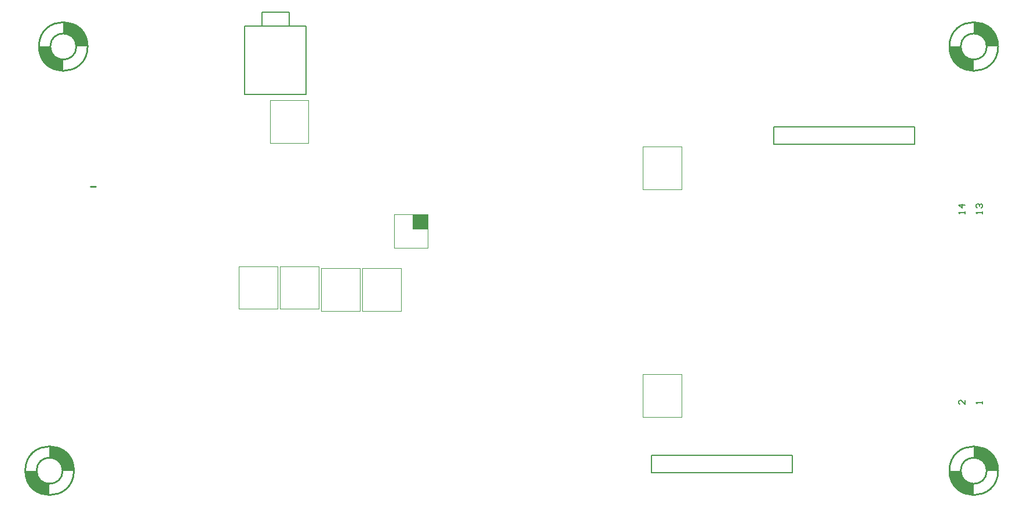
<source format=gm1>
G04 Layer_Color=16711935*
%FSLAX24Y24*%
%MOIN*%
G70*
G01*
G75*
%ADD47C,0.0100*%
%ADD118C,0.0080*%
%ADD119C,0.0010*%
%ADD120C,0.0050*%
%ADD121C,0.0040*%
G36*
X130118Y70502D02*
X130119Y70502D01*
X130303Y70487D01*
X130304Y70487D01*
X130304Y70487D01*
X130525Y70434D01*
X130525Y70434D01*
X130526D01*
X130735Y70347D01*
X130736Y70347D01*
X130736Y70346D01*
X130930Y70228D01*
X130930Y70227D01*
X130930Y70227D01*
X131103Y70080D01*
X131103Y70080D01*
X131104Y70079D01*
X131251Y69907D01*
X131251Y69906D01*
X131251Y69906D01*
X131370Y69712D01*
X131370Y69712D01*
X131370Y69712D01*
X131457Y69502D01*
Y69502D01*
X131458Y69501D01*
X131511Y69280D01*
X131511Y69280D01*
X131511Y69280D01*
X131525Y69095D01*
X131525Y69095D01*
X131525Y69095D01*
X131525Y69093D01*
X131524Y69091D01*
X131524Y69091D01*
X131524Y69091D01*
X131522Y69090D01*
X131520Y69089D01*
X131520Y69089D01*
X131520Y69089D01*
X131518Y69089D01*
X131518Y69089D01*
X131518Y69089D01*
X130870Y69089D01*
X130869Y69090D01*
X130867Y69090D01*
X130867Y69091D01*
X130867Y69091D01*
X130866Y69092D01*
X130865Y69094D01*
X130852Y69227D01*
X130808Y69371D01*
X130738Y69503D01*
X130642Y69619D01*
X130527Y69714D01*
X130394Y69785D01*
X130251Y69828D01*
X130122Y69841D01*
X130122Y69841D01*
X130122Y69841D01*
X130122Y69841D01*
X130120Y69840D01*
X130118Y69839D01*
X130118Y69839D01*
X130118Y69839D01*
X130116Y69840D01*
X130114Y69841D01*
X130114Y69841D01*
X130114Y69841D01*
X130113Y69843D01*
X130113Y69844D01*
X130113Y70496D01*
X130113Y70496D01*
X130113Y70497D01*
X130114Y70498D01*
X130114Y70500D01*
X130115Y70500D01*
X130115Y70500D01*
X130116Y70501D01*
X130118Y70502D01*
X130118Y70502D01*
D02*
G37*
G36*
X183268D02*
X183268Y70502D01*
X183453Y70487D01*
X183453Y70487D01*
X183454Y70487D01*
X183674Y70434D01*
X183675Y70434D01*
X183675D01*
X183885Y70347D01*
X183885Y70347D01*
X183886Y70346D01*
X184079Y70228D01*
X184080Y70227D01*
X184080Y70227D01*
X184253Y70080D01*
X184253Y70080D01*
X184253Y70079D01*
X184401Y69907D01*
X184401Y69906D01*
X184401Y69906D01*
X184520Y69712D01*
X184520Y69712D01*
X184520Y69712D01*
X184607Y69502D01*
Y69502D01*
X184607Y69501D01*
X184660Y69280D01*
X184660Y69280D01*
X184660Y69280D01*
X184675Y69095D01*
X184675Y69095D01*
X184675Y69095D01*
X184674Y69093D01*
X184674Y69091D01*
X184673Y69091D01*
X184673Y69091D01*
X184672Y69090D01*
X184670Y69089D01*
X184670Y69089D01*
X184670Y69089D01*
X184668Y69089D01*
X184668Y69089D01*
X184668Y69089D01*
X184020Y69089D01*
X184018Y69090D01*
X184017Y69090D01*
X184016Y69091D01*
X184016Y69091D01*
X184015Y69092D01*
X184015Y69094D01*
X184001Y69227D01*
X183958Y69371D01*
X183887Y69503D01*
X183792Y69619D01*
X183676Y69714D01*
X183544Y69785D01*
X183400Y69828D01*
X183272Y69841D01*
X183272Y69841D01*
X183271Y69841D01*
X183271Y69841D01*
X183270Y69840D01*
X183268Y69839D01*
X183268Y69839D01*
X183268Y69839D01*
X183266Y69840D01*
X183264Y69841D01*
X183264Y69841D01*
X183264Y69841D01*
X183263Y69843D01*
X183262Y69844D01*
X183262Y70496D01*
X183262Y70496D01*
X183262Y70497D01*
X183263Y70498D01*
X183264Y70500D01*
X183264Y70500D01*
X183264Y70500D01*
X183266Y70501D01*
X183268Y70502D01*
X183268Y70502D01*
D02*
G37*
G36*
X129360Y69091D02*
X129361Y69090D01*
X129363Y69090D01*
X129363Y69089D01*
X129363Y69089D01*
X129364Y69088D01*
X129365Y69086D01*
X129365Y69086D01*
X129365Y69086D01*
X129364Y69084D01*
X129364Y69082D01*
X129363Y69082D01*
X129363Y69082D01*
X129363Y69082D01*
X129376Y68953D01*
X129419Y68810D01*
X129490Y68677D01*
X129585Y68561D01*
X129701Y68466D01*
X129833Y68395D01*
X129977Y68352D01*
X130106Y68339D01*
X130106Y68339D01*
X130106Y68340D01*
X130106Y68340D01*
X130108Y68340D01*
X130110Y68341D01*
X130110Y68341D01*
X130110Y68341D01*
X130112Y68340D01*
X130113Y68339D01*
X130113Y68339D01*
X130114Y68339D01*
X130114Y68338D01*
X130115Y68336D01*
Y67703D01*
X130115Y67700D01*
X130114Y67698D01*
X130114Y67696D01*
X130114Y67696D01*
X130114Y67696D01*
X130112Y67695D01*
X130110Y67695D01*
X130094Y67693D01*
X130094Y67693D01*
X130094Y67693D01*
X129879Y67710D01*
X129879Y67710D01*
X129878Y67710D01*
X129669Y67761D01*
X129669Y67761D01*
X129668D01*
X129469Y67843D01*
X129469Y67843D01*
X129469Y67844D01*
X129285Y67956D01*
X129285Y67956D01*
X129284Y67956D01*
X129121Y68096D01*
X129121Y68097D01*
X129120Y68097D01*
X128980Y68260D01*
X128980Y68261D01*
X128980Y68261D01*
X128867Y68445D01*
X128867Y68445D01*
X128867Y68445D01*
X128785Y68644D01*
Y68645D01*
X128784Y68645D01*
X128734Y68854D01*
X128734Y68855D01*
X128734Y68855D01*
X128717Y69070D01*
X128717Y69070D01*
X128717Y69070D01*
X128718Y69086D01*
X128719Y69088D01*
X128720Y69090D01*
X128720Y69090D01*
X128720Y69090D01*
X128722Y69090D01*
X128724Y69091D01*
X129360Y69091D01*
D02*
G37*
G36*
X182509D02*
X182511Y69090D01*
X182513Y69090D01*
X182513Y69089D01*
X182513Y69089D01*
X182514Y69088D01*
X182515Y69086D01*
X182515Y69086D01*
X182515Y69086D01*
X182514Y69084D01*
X182513Y69082D01*
X182513Y69082D01*
X182513Y69082D01*
X182513Y69082D01*
X182525Y68953D01*
X182569Y68810D01*
X182640Y68677D01*
X182735Y68561D01*
X182851Y68466D01*
X182983Y68395D01*
X183127Y68352D01*
X183255Y68339D01*
X183255Y68339D01*
X183255Y68340D01*
X183255Y68340D01*
X183257Y68340D01*
X183259Y68341D01*
X183259Y68341D01*
X183259Y68341D01*
X183261Y68340D01*
X183263Y68339D01*
X183263Y68339D01*
X183263Y68339D01*
X183264Y68338D01*
X183265Y68336D01*
Y67703D01*
X183265Y67700D01*
X183264Y67698D01*
X183263Y67696D01*
X183263Y67696D01*
X183263Y67696D01*
X183261Y67695D01*
X183260Y67695D01*
X183244Y67693D01*
X183244Y67693D01*
X183243Y67693D01*
X183029Y67710D01*
X183028Y67710D01*
X183028Y67710D01*
X182819Y67761D01*
X182818Y67761D01*
X182818D01*
X182619Y67843D01*
X182619Y67843D01*
X182618Y67844D01*
X182435Y67956D01*
X182434Y67956D01*
X182434Y67956D01*
X182270Y68096D01*
X182270Y68097D01*
X182270Y68097D01*
X182130Y68260D01*
X182130Y68261D01*
X182130Y68261D01*
X182017Y68445D01*
X182017Y68445D01*
X182017Y68445D01*
X181934Y68644D01*
Y68645D01*
X181934Y68645D01*
X181884Y68854D01*
X181884Y68855D01*
X181884Y68855D01*
X181867Y69070D01*
X181867Y69070D01*
X181867Y69070D01*
X181868Y69086D01*
X181869Y69088D01*
X181870Y69090D01*
X181870Y69090D01*
X181870Y69090D01*
X181872Y69090D01*
X181873Y69091D01*
X182509Y69091D01*
D02*
G37*
G36*
X151870Y82972D02*
X150985D01*
Y83862D01*
X151870D01*
Y82972D01*
D02*
G37*
G36*
X130906Y94911D02*
X130906Y94911D01*
X131091Y94897D01*
X131091Y94896D01*
X131091Y94896D01*
X131312Y94843D01*
X131313Y94843D01*
X131313D01*
X131523Y94756D01*
X131523Y94756D01*
X131523Y94756D01*
X131717Y94637D01*
X131717Y94637D01*
X131718Y94637D01*
X131890Y94489D01*
X131891Y94489D01*
X131891Y94489D01*
X132038Y94316D01*
X132039Y94316D01*
X132039Y94315D01*
X132158Y94122D01*
X132158Y94121D01*
X132158Y94121D01*
X132245Y93911D01*
Y93911D01*
X132245Y93911D01*
X132298Y93690D01*
X132298Y93689D01*
X132298Y93689D01*
X132313Y93504D01*
X132313Y93504D01*
X132313Y93504D01*
X132312Y93502D01*
X132311Y93500D01*
X132311Y93500D01*
X132311Y93500D01*
X132309Y93499D01*
X132308Y93499D01*
X132308Y93499D01*
X132307Y93499D01*
X132306Y93499D01*
X132306Y93499D01*
X132306Y93499D01*
X131658Y93499D01*
X131656Y93499D01*
X131654Y93500D01*
X131654Y93500D01*
X131654Y93500D01*
X131653Y93502D01*
X131652Y93503D01*
X131639Y93637D01*
X131596Y93780D01*
X131525Y93912D01*
X131430Y94028D01*
X131314Y94123D01*
X131182Y94194D01*
X131038Y94238D01*
X130909Y94250D01*
X130909Y94250D01*
X130909Y94250D01*
X130909Y94250D01*
X130907Y94249D01*
X130906Y94249D01*
X130905Y94249D01*
X130905Y94249D01*
X130904Y94249D01*
X130902Y94250D01*
X130902Y94250D01*
X130902Y94250D01*
X130901Y94252D01*
X130900Y94254D01*
X130900Y94906D01*
X130900Y94906D01*
X130900Y94906D01*
X130901Y94908D01*
X130902Y94910D01*
X130902Y94910D01*
X130902Y94910D01*
X130904Y94910D01*
X130906Y94911D01*
X130906Y94911D01*
D02*
G37*
G36*
X183268D02*
X183268Y94911D01*
X183453Y94897D01*
X183453Y94896D01*
X183454Y94896D01*
X183674Y94843D01*
X183675Y94843D01*
X183675D01*
X183885Y94756D01*
X183885Y94756D01*
X183886Y94756D01*
X184079Y94637D01*
X184080Y94637D01*
X184080Y94637D01*
X184253Y94489D01*
X184253Y94489D01*
X184253Y94489D01*
X184401Y94316D01*
X184401Y94316D01*
X184401Y94315D01*
X184520Y94122D01*
X184520Y94121D01*
X184520Y94121D01*
X184607Y93911D01*
Y93911D01*
X184607Y93911D01*
X184660Y93690D01*
X184660Y93689D01*
X184660Y93689D01*
X184675Y93504D01*
X184675Y93504D01*
X184675Y93504D01*
X184674Y93502D01*
X184674Y93500D01*
X184673Y93500D01*
X184673Y93500D01*
X184672Y93499D01*
X184670Y93499D01*
X184670Y93499D01*
X184670Y93499D01*
X184668Y93499D01*
X184668Y93499D01*
X184668Y93499D01*
X184020Y93499D01*
X184018Y93499D01*
X184017Y93500D01*
X184016Y93500D01*
X184016Y93500D01*
X184015Y93502D01*
X184015Y93503D01*
X184001Y93637D01*
X183958Y93780D01*
X183887Y93912D01*
X183792Y94028D01*
X183676Y94123D01*
X183544Y94194D01*
X183400Y94238D01*
X183272Y94250D01*
X183272Y94250D01*
X183271Y94250D01*
X183271Y94250D01*
X183270Y94249D01*
X183268Y94249D01*
X183268Y94249D01*
X183268Y94249D01*
X183266Y94249D01*
X183264Y94250D01*
X183264Y94250D01*
X183264Y94250D01*
X183263Y94252D01*
X183262Y94254D01*
X183262Y94906D01*
X183262Y94906D01*
X183262Y94906D01*
X183263Y94908D01*
X183264Y94910D01*
X183264Y94910D01*
X183264Y94910D01*
X183266Y94910D01*
X183268Y94911D01*
X183268Y94911D01*
D02*
G37*
G36*
X130147Y93501D02*
X130149Y93500D01*
X130151Y93499D01*
X130151Y93499D01*
X130151Y93499D01*
X130152Y93497D01*
X130152Y93495D01*
X130152Y93495D01*
X130152Y93495D01*
X130152Y93493D01*
X130151Y93491D01*
X130151Y93491D01*
X130151Y93491D01*
X130151Y93491D01*
X130163Y93363D01*
X130207Y93219D01*
X130278Y93087D01*
X130373Y92971D01*
X130489Y92876D01*
X130621Y92805D01*
X130764Y92761D01*
X130893Y92749D01*
X130893Y92749D01*
X130893Y92749D01*
X130893Y92749D01*
X130895Y92750D01*
X130897Y92751D01*
X130897Y92750D01*
X130897Y92751D01*
X130899Y92750D01*
X130901Y92749D01*
X130901Y92749D01*
X130901Y92749D01*
X130902Y92747D01*
X130902Y92745D01*
Y92113D01*
X130902Y92109D01*
X130902Y92108D01*
X130901Y92106D01*
X130901Y92106D01*
X130901Y92106D01*
X130899Y92105D01*
X130897Y92104D01*
X130882Y92103D01*
X130881Y92103D01*
X130881Y92103D01*
X130666Y92120D01*
X130666Y92120D01*
X130666Y92120D01*
X130456Y92170D01*
X130456Y92170D01*
X130456D01*
X130257Y92253D01*
X130256Y92253D01*
X130256Y92253D01*
X130072Y92365D01*
X130072Y92366D01*
X130072Y92366D01*
X129908Y92506D01*
X129908Y92506D01*
X129908Y92506D01*
X129768Y92670D01*
X129768Y92670D01*
X129767Y92671D01*
X129655Y92854D01*
X129655Y92854D01*
X129654Y92855D01*
X129572Y93054D01*
Y93054D01*
X129572Y93054D01*
X129522Y93264D01*
X129522Y93264D01*
X129522Y93264D01*
X129505Y93479D01*
X129505Y93479D01*
X129505Y93480D01*
X129506Y93496D01*
X129507Y93497D01*
X129507Y93499D01*
X129508Y93499D01*
X129508Y93499D01*
X129510Y93500D01*
X129511Y93501D01*
X130147Y93501D01*
D02*
G37*
G36*
X182509D02*
X182511Y93500D01*
X182513Y93499D01*
X182513Y93499D01*
X182513Y93499D01*
X182514Y93497D01*
X182515Y93495D01*
X182515Y93495D01*
X182515Y93495D01*
X182514Y93493D01*
X182513Y93491D01*
X182513Y93491D01*
X182513Y93491D01*
X182513Y93491D01*
X182525Y93363D01*
X182569Y93219D01*
X182640Y93087D01*
X182735Y92971D01*
X182851Y92876D01*
X182983Y92805D01*
X183127Y92761D01*
X183255Y92749D01*
X183255Y92749D01*
X183255Y92749D01*
X183255Y92749D01*
X183257Y92750D01*
X183259Y92751D01*
X183259Y92750D01*
X183259Y92751D01*
X183261Y92750D01*
X183263Y92749D01*
X183263Y92749D01*
X183263Y92749D01*
X183264Y92747D01*
X183265Y92745D01*
Y92113D01*
X183265Y92109D01*
X183264Y92108D01*
X183263Y92106D01*
X183263Y92106D01*
X183263Y92106D01*
X183261Y92105D01*
X183260Y92104D01*
X183244Y92103D01*
X183244Y92103D01*
X183243Y92103D01*
X183029Y92120D01*
X183028Y92120D01*
X183028Y92120D01*
X182819Y92170D01*
X182818Y92170D01*
X182818D01*
X182619Y92253D01*
X182619Y92253D01*
X182618Y92253D01*
X182435Y92365D01*
X182434Y92366D01*
X182434Y92366D01*
X182270Y92506D01*
X182270Y92506D01*
X182270Y92506D01*
X182130Y92670D01*
X182130Y92670D01*
X182130Y92671D01*
X182017Y92854D01*
X182017Y92854D01*
X182017Y92855D01*
X181934Y93054D01*
Y93054D01*
X181934Y93054D01*
X181884Y93264D01*
X181884Y93264D01*
X181884Y93264D01*
X181867Y93479D01*
X181867Y93479D01*
X181867Y93480D01*
X181868Y93496D01*
X181869Y93497D01*
X181870Y93499D01*
X181870Y93499D01*
X181870Y93499D01*
X181872Y93500D01*
X181873Y93501D01*
X182509Y93501D01*
D02*
G37*
D47*
X131656Y93504D02*
G03*
X131656Y93504I-750J0D01*
G01*
X132306D02*
G03*
X132306Y93504I-1400J0D01*
G01*
X184018Y69094D02*
G03*
X184018Y69094I-750J0D01*
G01*
X184668D02*
G03*
X184668Y69094I-1400J0D01*
G01*
X130868D02*
G03*
X130868Y69094I-750J0D01*
G01*
X131518D02*
G03*
X131518Y69094I-1400J0D01*
G01*
X184018Y93504D02*
G03*
X184018Y93504I-750J0D01*
G01*
X184668D02*
G03*
X184668Y93504I-1400J0D01*
G01*
X132459Y85453D02*
X132769D01*
D118*
X172834Y68986D02*
Y69986D01*
X164734D02*
X172834D01*
X164734Y68986D02*
Y69986D01*
Y68986D02*
X165284D01*
X166284D01*
X167284D01*
X168284D01*
X169284D01*
X171284D01*
X172834D01*
X179866Y87884D02*
Y88884D01*
X171766D02*
X179866D01*
X171766Y87884D02*
Y88884D01*
Y87884D02*
X172316D01*
X173316D01*
X174316D01*
X175316D01*
X176316D01*
X178316D01*
X179866D01*
X182779Y83890D02*
Y84015D01*
Y83953D01*
X182404D01*
X182466Y83890D01*
X182779Y84390D02*
X182404D01*
X182591Y84203D01*
Y84453D01*
X183779Y83890D02*
Y84015D01*
Y83953D01*
X183404D01*
X183466Y83890D01*
Y84203D02*
X183404Y84265D01*
Y84390D01*
X183466Y84453D01*
X183529D01*
X183591Y84390D01*
Y84328D01*
Y84390D01*
X183654Y84453D01*
X183716D01*
X183779Y84390D01*
Y84265D01*
X183716Y84203D01*
X182779Y73154D02*
Y72904D01*
X182529Y73154D01*
X182466D01*
X182404Y73092D01*
Y72967D01*
X182466Y72904D01*
X183779Y72954D02*
Y73079D01*
Y73017D01*
X183404D01*
X183466Y72954D01*
D119*
X164244Y72190D02*
Y74640D01*
Y72190D02*
X166464D01*
Y74640D01*
X164244D02*
X166464D01*
X164244Y85281D02*
Y87731D01*
Y85281D02*
X166464D01*
Y87731D01*
X164244D02*
X166464D01*
X145008Y87958D02*
Y90408D01*
X142788D02*
X145008D01*
X142788Y87958D02*
Y90408D01*
Y87958D02*
X145008D01*
X143236Y78411D02*
Y80861D01*
X141016D02*
X143236D01*
X141016Y78411D02*
Y80861D01*
Y78411D02*
X143236D01*
X145598D02*
Y80861D01*
X143378Y80861D02*
X145598Y80861D01*
X143378Y80861D02*
X143378Y78411D01*
X145598D01*
X145740Y78293D02*
Y80743D01*
Y78293D02*
X147960D01*
Y80743D01*
X145740D02*
X147960D01*
X148103Y78293D02*
Y80743D01*
Y78293D02*
X150323D01*
Y80743D01*
X148103D02*
X150323D01*
D120*
X144882Y90748D02*
Y94685D01*
X141339Y90748D02*
X144882D01*
X141339D02*
Y94685D01*
X142323D01*
X143898D01*
X144882D01*
X143898D02*
Y95472D01*
X142323D02*
X143898D01*
X142323Y94685D02*
Y95472D01*
D121*
X149921Y83839D02*
X151850Y83839D01*
X149921Y81909D02*
Y83839D01*
Y81909D02*
X151850Y81909D01*
Y83839D01*
M02*

</source>
